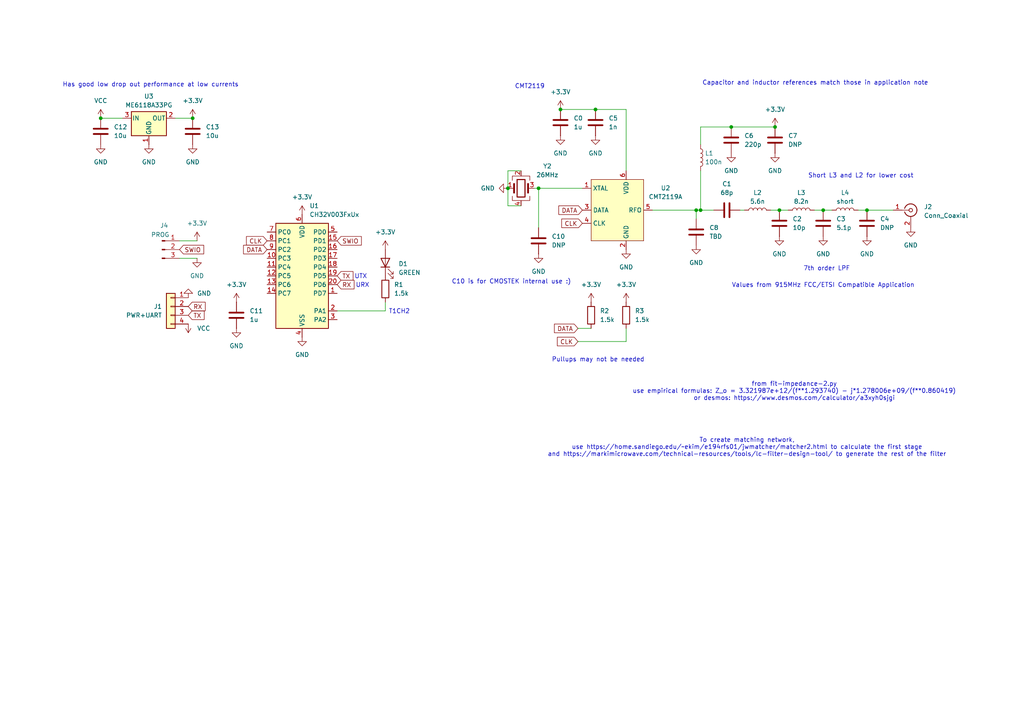
<source format=kicad_sch>
(kicad_sch (version 20250114) (generator "eeschema") (generator_version "9.0")
  (paper "A4")
  (lib_symbols
    (symbol "Connector:Conn_01x03_Pin" (pin_names (offset 1.016) (hide yes))
      (property "Reference" "J" (at 0 5.08 0))
      (property "Value" "Conn_01x03_Pin" (at 0 -5.08 0))
      (symbol "Conn_01x03_Pin_1_1"
        (rectangle (start 0.8636 2.667) (end 0 2.413) (stroke (width 0.1524)) (fill (type outline)))
        (rectangle (start 0.8636 0.127) (end 0 -0.127) (stroke (width 0.1524)) (fill (type outline)))
        (rectangle (start 0.8636 -2.413) (end 0 -2.667) (stroke (width 0.1524)) (fill (type outline)))
        (polyline (pts (xy 1.27 2.54) (xy 0.8636 2.54)) (stroke (width 0.1524)))
        (polyline (pts (xy 1.27 0) (xy 0.8636 0)) (stroke (width 0.1524)))
        (polyline (pts (xy 1.27 -2.54) (xy 0.8636 -2.54)) (stroke (width 0.1524)))
        (pin passive line (at 5.08 2.54 180) (length 3.81) (name "Pin_1") (number "1"))
        (pin passive line (at 5.08 0 180) (length 3.81) (name "Pin_2") (number "2"))
        (pin passive line (at 5.08 -2.54 180) (length 3.81) (name "Pin_3") (number "3"))
      )
    )
    (symbol "Connector:Conn_Coaxial" (pin_names (offset 1.016) (hide yes))
      (property "Reference" "J" (at 0.254 3.048 0))
      (property "Value" "Conn_Coaxial" (at 2.921 0 90))
      (symbol "Conn_Coaxial_0_1"
        (polyline (pts (xy -2.54 0) (xy -0.508 0)))
        (arc (start 1.778 0) (mid 0.222 -1.8079) (end -1.778 -0.508) (stroke (width 0.254)))
        (arc (start -1.778 0.508) (mid 0.2221 1.8084) (end 1.778 0) (stroke (width 0.254)))
        (circle (center 0 0) (radius 0.508) (stroke (width 0.2032)))
        (polyline (pts (xy 0 -2.54) (xy 0 -1.778)))
      )
      (symbol "Conn_Coaxial_1_1"
        (pin passive line (at -5.08 0 0) (length 2.54) (name "In") (number "1"))
        (pin passive line (at 0 -5.08 90) (length 2.54) (name "Ext") (number "2"))
      )
    )
    (symbol "Connector_Generic:Conn_01x04" (pin_names (offset 1.016) (hide yes))
      (property "Reference" "J" (at 0 5.08 0))
      (property "Value" "Conn_01x04" (at 0 -7.62 0))
      (symbol "Conn_01x04_1_1"
        (rectangle (start -1.27 3.81) (end 1.27 -6.35) (stroke (width 0.254)) (fill (type background)))
        (rectangle (start -1.27 2.667) (end 0 2.413) (stroke (width 0.1524)))
        (rectangle (start -1.27 0.127) (end 0 -0.127) (stroke (width 0.1524)))
        (rectangle (start -1.27 -2.413) (end 0 -2.667) (stroke (width 0.1524)))
        (rectangle (start -1.27 -4.953) (end 0 -5.207) (stroke (width 0.1524)))
        (pin passive line (at -5.08 2.54 0) (length 3.81) (name "Pin_1") (number "1"))
        (pin passive line (at -5.08 0 0) (length 3.81) (name "Pin_2") (number "2"))
        (pin passive line (at -5.08 -2.54 0) (length 3.81) (name "Pin_3") (number "3"))
        (pin passive line (at -5.08 -5.08 0) (length 3.81) (name "Pin_4") (number "4"))
      )
    )
    (symbol "Device:C" (pin_numbers (hide yes)) (pin_names (offset 0.254))
      (property "Reference" "C" (at 0.635 2.54 0))
      (property "Value" "C" (at 0.635 -2.54 0))
      (symbol "C_0_1"
        (polyline (pts (xy -2.032 0.762) (xy 2.032 0.762)) (stroke (width 0.508)))
        (polyline (pts (xy -2.032 -0.762) (xy 2.032 -0.762)) (stroke (width 0.508)))
      )
      (symbol "C_1_1"
        (pin passive line (at 0 3.81 270) (length 2.794) (name "~") (number "1"))
        (pin passive line (at 0 -3.81 90) (length 2.794) (name "~") (number "2"))
      )
    )
    (symbol "Device:Crystal_GND24" (pin_names (offset 1.016) (hide yes))
      (property "Reference" "Y" (at 3.175 5.08 0))
      (property "Value" "Crystal_GND24" (at 3.175 3.175 0))
      (symbol "Crystal_GND24_0_1"
        (polyline (pts (xy -2.54 2.286) (xy -2.54 3.556) (xy 2.54 3.556) (xy 2.54 2.286)))
        (polyline (pts (xy -2.54 0) (xy -2.032 0)))
        (polyline (pts (xy -2.54 -2.286) (xy -2.54 -3.556) (xy 2.54 -3.556) (xy 2.54 -2.286)))
        (polyline (pts (xy -2.032 -1.27) (xy -2.032 1.27)) (stroke (width 0.508)))
        (rectangle (start -1.143 2.54) (end 1.143 -2.54) (stroke (width 0.3048)))
        (polyline (pts (xy 0 3.556) (xy 0 3.81)))
        (polyline (pts (xy 0 -3.81) (xy 0 -3.556)))
        (polyline (pts (xy 2.032 0) (xy 2.54 0)))
        (polyline (pts (xy 2.032 -1.27) (xy 2.032 1.27)) (stroke (width 0.508)))
      )
      (symbol "Crystal_GND24_1_1"
        (pin passive line (at -3.81 0 0) (length 1.27) (name "1") (number "1"))
        (pin passive line (at 0 5.08 270) (length 1.27) (name "2") (number "2"))
        (pin passive line (at 0 -5.08 90) (length 1.27) (name "4") (number "4"))
        (pin passive line (at 3.81 0 180) (length 1.27) (name "3") (number "3"))
      )
    )
    (symbol "Device:L" (pin_numbers (hide yes)) (pin_names (offset 1.016) (hide yes))
      (property "Reference" "L" (at -1.27 0 90))
      (property "Value" "L" (at 1.905 0 90))
      (symbol "L_0_1"
        (arc (start 0 2.54) (mid 0.6323 1.905) (end 0 1.27))
        (arc (start 0 1.27) (mid 0.6323 0.635) (end 0 0))
        (arc (start 0 0) (mid 0.6323 -0.635) (end 0 -1.27))
        (arc (start 0 -1.27) (mid 0.6323 -1.905) (end 0 -2.54))
      )
      (symbol "L_1_1"
        (pin passive line (at 0 3.81 270) (length 1.27) (name "1") (number "1"))
        (pin passive line (at 0 -3.81 90) (length 1.27) (name "2") (number "2"))
      )
    )
    (symbol "Device:LED" (pin_numbers (hide yes)) (pin_names (offset 1.016) (hide yes))
      (property "Reference" "D" (at 0 2.54 0))
      (property "Value" "LED" (at 0 -2.54 0))
      (symbol "LED_0_1"
        (polyline (pts (xy -3.048 -0.762) (xy -4.572 -2.286) (xy -3.81 -2.286) (xy -4.572 -2.286) (xy -4.572 -1.524)))
        (polyline (pts (xy -1.778 -0.762) (xy -3.302 -2.286) (xy -2.54 -2.286) (xy -3.302 -2.286) (xy -3.302 -1.524)))
        (polyline (pts (xy -1.27 0) (xy 1.27 0)))
        (polyline (pts (xy -1.27 -1.27) (xy -1.27 1.27)) (stroke (width 0.254)))
        (polyline (pts (xy 1.27 -1.27) (xy 1.27 1.27) (xy -1.27 0) (xy 1.27 -1.27)) (stroke (width 0.254)))
      )
      (symbol "LED_1_1"
        (pin passive line (at -3.81 0 0) (length 2.54) (name "K") (number "1"))
        (pin passive line (at 3.81 0 180) (length 2.54) (name "A") (number "2"))
      )
    )
    (symbol "Device:R" (pin_numbers (hide yes)) (pin_names (offset 0))
      (property "Reference" "R" (at 2.032 0 90))
      (property "Value" "R" (at 0 0 90))
      (symbol "R_0_1"
        (rectangle (start -1.016 -2.54) (end 1.016 2.54) (stroke (width 0.254)))
      )
      (symbol "R_1_1"
        (pin passive line (at 0 3.81 270) (length 1.27) (name "~") (number "1"))
        (pin passive line (at 0 -3.81 90) (length 1.27) (name "~") (number "2"))
      )
    )
    (symbol "HopeRF:CMT2119A"
      (property "Reference" "U" (at -7.112 10.414 0))
      (property "Value" "CMT2119A" (at 0 0 0))
      (symbol "CMT2119A_1_1"
        (rectangle (start -7.62 8.89) (end 7.62 -8.89) (fill (type background)))
        (pin input line (at -10.16 6.35 0) (length 2.54) (name "XTAL") (number "1"))
        (pin bidirectional line (at -10.16 0 0) (length 2.54) (name "DATA") (number "3"))
        (pin input line (at -10.16 -3.81 0) (length 2.54) (name "CLK") (number "4"))
        (pin power_in line (at 2.54 11.43 270) (length 2.54) (name "VDD") (number "6"))
        (pin power_in line (at 2.54 -11.43 90) (length 2.54) (name "GND") (number "2"))
        (pin output line (at 10.16 0 180) (length 2.54) (name "RFO") (number "5"))
      )
    )
    (symbol "MCU_WCH_CH32V0:CH32V003FxUx"
      (property "Reference" "U" (at -7.62 17.78 0))
      (property "Value" "CH32V003FxUx" (at 7.62 17.78 0))
      (symbol "CH32V003FxUx_1_1"
        (rectangle (start -7.62 15.24) (end 7.62 -15.24) (stroke (width 0.254)) (fill (type background)))
        (pin bidirectional line (at -10.16 12.7 0) (length 2.54) (name "PC0") (number "7"))
        (pin bidirectional line (at -10.16 10.16 0) (length 2.54) (name "PC1") (number "8"))
        (pin bidirectional line (at -10.16 7.62 0) (length 2.54) (name "PC2") (number "9"))
        (pin bidirectional line (at -10.16 5.08 0) (length 2.54) (name "PC3") (number "10"))
        (pin bidirectional line (at -10.16 2.54 0) (length 2.54) (name "PC4") (number "11"))
        (pin bidirectional line (at -10.16 0 0) (length 2.54) (name "PC5") (number "12"))
        (pin bidirectional line (at -10.16 -2.54 0) (length 2.54) (name "PC6") (number "13"))
        (pin bidirectional line (at -10.16 -5.08 0) (length 2.54) (name "PC7") (number "14"))
        (pin power_in line (at 0 17.78 270) (length 2.54) (name "VDD") (number "6"))
        (pin passive line (at 0 -17.78 90) (length 2.54) (hide yes) (name "VSS") (number "21"))
        (pin power_in line (at 0 -17.78 90) (length 2.54) (name "VSS") (number "4"))
        (pin bidirectional line (at 10.16 12.7 180) (length 2.54) (name "PD0") (number "5"))
        (pin bidirectional line (at 10.16 10.16 180) (length 2.54) (name "PD1") (number "15"))
        (pin bidirectional line (at 10.16 7.62 180) (length 2.54) (name "PD2") (number "16"))
        (pin bidirectional line (at 10.16 5.08 180) (length 2.54) (name "PD3") (number "17"))
        (pin bidirectional line (at 10.16 2.54 180) (length 2.54) (name "PD4") (number "18"))
        (pin bidirectional line (at 10.16 0 180) (length 2.54) (name "PD5") (number "19"))
        (pin bidirectional line (at 10.16 -2.54 180) (length 2.54) (name "PD6") (number "20"))
        (pin bidirectional line (at 10.16 -5.08 180) (length 2.54) (name "PD7") (number "1"))
        (pin bidirectional line (at 10.16 -10.16 180) (length 2.54) (name "PA1") (number "2"))
        (pin bidirectional line (at 10.16 -12.7 180) (length 2.54) (name "PA2") (number "3"))
      )
    )
    (symbol "ME6118:ME6118" (pin_names (offset 0.254))
      (property "Reference" "U" (at -3.81 3.175 0))
      (property "Value" "ME6118" (at -0.635 3.175 0))
      (symbol "ME6118_0_1"
        (rectangle (start -5.08 1.905) (end 5.08 -5.08) (stroke (width 0.254)) (fill (type background)))
      )
      (symbol "ME6118_1_1"
        (pin power_in line (at -7.62 0 0) (length 2.54) (name "IN") (number "3"))
        (pin power_in line (at 0 -7.62 90) (length 2.54) (name "GND") (number "1"))
        (pin power_out line (at 7.62 0 180) (length 2.54) (name "OUT") (number "2"))
      )
    )
    (symbol "power:+3.3V" (power) (pin_numbers (hide yes)) (pin_names (offset 0) (hide yes))
      (property "Value" "+3.3V" (at 0 3.556 0))
      (symbol "+3.3V_0_1"
        (polyline (pts (xy -0.762 1.27) (xy 0 2.54)))
        (polyline (pts (xy 0 2.54) (xy 0.762 1.27)))
        (polyline (pts (xy 0 0) (xy 0 2.54)))
      )
      (symbol "+3.3V_1_1"
        (pin power_in line (at 0 0 90) (length 0) (name "~") (number "1"))
      )
    )
    (symbol "power:GND" (power) (pin_numbers (hide yes)) (pin_names (offset 0) (hide yes))
      (property "Value" "GND" (at 0 -3.81 0))
      (symbol "GND_0_1"
        (polyline (pts (xy 0 0) (xy 0 -1.27) (xy 1.27 -1.27) (xy 0 -2.54) (xy -1.27 -1.27) (xy 0 -1.27)))
      )
      (symbol "GND_1_1"
        (pin power_in line (at 0 0 270) (length 0) (name "~") (number "1"))
      )
    )
    (symbol "power:VCC" (power) (pin_numbers (hide yes)) (pin_names (offset 0) (hide yes))
      (property "Value" "VCC" (at 0 3.556 0))
      (symbol "VCC_0_1"
        (polyline (pts (xy -0.762 1.27) (xy 0 2.54)))
        (polyline (pts (xy 0 2.54) (xy 0.762 1.27)))
        (polyline (pts (xy 0 0) (xy 0 2.54)))
      )
      (symbol "VCC_1_1"
        (pin power_in line (at 0 0 90) (length 0) (name "~") (number "1"))
      )
    )
  )
  (text "CMT2119" (at 153.67 25.146 0) (effects (font (size 1.27 1.27))))
  (text "C10 is for CMOSTEK internal use :)" (at 148.336 81.788 0) (effects (font (size 1.27 1.27))))
  (text "Pullups may not be needed" (at 173.482 104.394 0) (effects (font (size 1.27 1.27))))
  (text "7th order LPF" (at 239.776 77.978 0) (effects (font (size 1.27 1.27))))
  (text "Capacitor and inductor references match those in application note" (at 236.474 24.13 0) (effects (font (size 1.27 1.27))))
  (text "URX" (at 105.156 82.804 0) (effects (font (size 1.27 1.27))))
  (text "Has good low drop out performance at low currents" (at 43.688 24.638 0) (effects (font (size 1.27 1.27))))
  (text "UTX" (at 104.648 80.264 0) (effects (font (size 1.27 1.27))))
  (text "T1CH2" (at 115.824 90.424 0) (effects (font (size 1.27 1.27))))
  (text "To create matching network,\nuse https://home.sandiego.edu/~ekim/e194rfs01/jwmatcher/matcher2.html to calculate the first stage\nand https://markimicrowave.com/technical-resources/tools/lc-filter-design-tool/ to generate the rest of the filter" (at 216.662 129.794 0) (effects (font (size 1.27 1.27))))
  (text "Short L3 and L2 for lower cost" (at 249.682 51.054 0) (effects (font (size 1.27 1.27))))
  (text "Values from 915MHz FCC/ETSI Compatible Application" (at 238.76 82.804 0) (effects (font (size 1.27 1.27))))
  (text "from fit-impedance-2.py\nuse empirical formulas: Z_o = 3.321987e+12/(f**1.293740) - j*1.278006e+09/(f**0.860419)\nor desmos: https://www.desmos.com/calculator/a3xyh0sjgi" (at 230.378 113.538 0) (effects (font (size 1.27 1.27))))
  (junction (at 212.09 36.83))
  (junction (at 162.56 31.75))
  (junction (at 203.2 60.96))
  (junction (at 226.06 60.96))
  (junction (at 156.21 54.61))
  (junction (at 172.72 31.75))
  (junction (at 251.46 60.96))
  (junction (at 55.88 34.29))
  (junction (at 147.32 54.61))
  (junction (at 224.79 36.83))
  (junction (at 201.93 60.96))
  (junction (at 238.76 60.96))
  (junction (at 29.21 34.29))
  (wire (pts (xy 214.63 60.96) (xy 215.9 60.96)))
  (wire (pts (xy 203.2 60.96) (xy 207.01 60.96)))
  (wire (pts (xy 167.64 99.06) (xy 181.61 99.06)))
  (wire (pts (xy 203.2 36.83) (xy 212.09 36.83)))
  (wire (pts (xy 156.21 66.04) (xy 156.21 54.61)))
  (wire (pts (xy 238.76 60.96) (xy 241.3 60.96)))
  (wire (pts (xy 156.21 54.61) (xy 168.91 54.61)))
  (wire (pts (xy 181.61 31.75) (xy 181.61 49.53)))
  (wire (pts (xy 212.09 36.83) (xy 224.79 36.83)))
  (wire (pts (xy 147.32 59.69) (xy 147.32 54.61)))
  (wire (pts (xy 203.2 41.91) (xy 203.2 36.83)))
  (wire (pts (xy 29.21 34.29) (xy 35.56 34.29)))
  (wire (pts (xy 52.07 69.85) (xy 57.15 69.85)))
  (wire (pts (xy 147.32 49.53) (xy 147.32 54.61)))
  (wire (pts (xy 167.64 95.25) (xy 171.45 95.25)))
  (wire (pts (xy 201.93 60.96) (xy 203.2 60.96)))
  (wire (pts (xy 151.13 59.69) (xy 147.32 59.69)))
  (wire (pts (xy 181.61 99.06) (xy 181.61 95.25)))
  (wire (pts (xy 251.46 60.96) (xy 259.08 60.96)))
  (wire (pts (xy 151.13 49.53) (xy 147.32 49.53)))
  (wire (pts (xy 52.07 74.93) (xy 57.15 74.93)))
  (wire (pts (xy 203.2 49.53) (xy 203.2 60.96)))
  (wire (pts (xy 248.92 60.96) (xy 251.46 60.96)))
  (wire (pts (xy 172.72 31.75) (xy 181.61 31.75)))
  (wire (pts (xy 236.22 60.96) (xy 238.76 60.96)))
  (wire (pts (xy 162.56 31.75) (xy 172.72 31.75)))
  (wire (pts (xy 111.76 87.63) (xy 111.76 90.17)))
  (wire (pts (xy 154.94 54.61) (xy 156.21 54.61)))
  (wire (pts (xy 223.52 60.96) (xy 226.06 60.96)))
  (wire (pts (xy 226.06 60.96) (xy 228.6 60.96)))
  (wire (pts (xy 189.23 60.96) (xy 201.93 60.96)))
  (wire (pts (xy 111.76 90.17) (xy 97.79 90.17)))
  (wire (pts (xy 50.8 34.29) (xy 55.88 34.29)))
  (wire (pts (xy 201.93 63.5) (xy 201.93 60.96)))
  (global_label "SWIO" (shape input) (at 52.07 72.39 0) (property "Intersheetrefs" "${INTERSHEET_REFS}" (effects (hide yes))))
  (global_label "CLK" (shape input) (at 77.47 69.85 180) (property "Intersheetrefs" "${INTERSHEET_REFS}" (effects (hide yes))))
  (global_label "DATA" (shape input) (at 77.47 72.39 180) (property "Intersheetrefs" "${INTERSHEET_REFS}" (effects (hide yes))))
  (global_label "CLK" (shape input) (at 168.91 64.77 180) (property "Intersheetrefs" "${INTERSHEET_REFS}" (effects (hide yes))))
  (global_label "CLK" (shape input) (at 167.64 99.06 180) (property "Intersheetrefs" "${INTERSHEET_REFS}" (effects (hide yes))))
  (global_label "RX" (shape input) (at 54.61 88.9 0) (property "Intersheetrefs" "${INTERSHEET_REFS}" (effects (hide yes))))
  (global_label "DATA" (shape input) (at 167.64 95.25 180) (property "Intersheetrefs" "${INTERSHEET_REFS}" (effects (hide yes))))
  (global_label "TX" (shape input) (at 54.61 91.44 0) (property "Intersheetrefs" "${INTERSHEET_REFS}" (effects (hide yes))))
  (global_label "DATA" (shape input) (at 168.91 60.96 180) (property "Intersheetrefs" "${INTERSHEET_REFS}" (effects (hide yes))))
  (global_label "RX" (shape input) (at 97.79 82.55 0) (property "Intersheetrefs" "${INTERSHEET_REFS}" (effects (hide yes))))
  (global_label "SWIO" (shape input) (at 97.79 69.85 0) (property "Intersheetrefs" "${INTERSHEET_REFS}" (effects (hide yes))))
  (global_label "TX" (shape input) (at 97.79 80.01 0) (property "Intersheetrefs" "${INTERSHEET_REFS}" (effects (hide yes))))
  (symbol (lib_id "Device:C") (at 156.21 69.85 0) (unit 1)
    (property "Reference" "C10" (at 160.02 68.5799 0) (effects (justify left)))
    (property "Value" "DNP" (at 160.02 71.1199 0) (effects (justify left)))
    (property "Footprint" "Capacitor_SMD:C_0402_1005Metric" (effects (hide yes)))
    (property "Description" "Unpolarized capacitor" (effects (hide yes)))
  )
  (symbol (lib_id "power:GND") (at 147.32 54.61 270) (unit 1)
    (property "Reference" "#PWR01" (effects (hide yes)))
    (property "Value" "GND" (at 143.51 54.6099 90) (effects (justify right)))
    (property "Description" "Power symbol creates a global label with name \"GND\" , ground" (effects (hide yes)))
  )
  (symbol (lib_id "power:+3.3V") (at 55.88 34.29 0) (unit 1)
    (property "Reference" "#PWR022" (effects (hide yes)))
    (property "Value" "+3.3V" (at 55.88 29.21 0))
    (property "Description" "Power symbol creates a global label with name \"+3.3V\"" (effects (hide yes)))
  )
  (symbol (lib_id "power:GND") (at 201.93 71.12 0) (unit 1)
    (property "Reference" "#PWR06" (effects (hide yes)))
    (property "Value" "GND" (at 201.93 76.2 0))
    (property "Description" "Power symbol creates a global label with name \"GND\" , ground" (effects (hide yes)))
  )
  (symbol (lib_id "power:GND") (at 172.72 39.37 0) (unit 1)
    (property "Reference" "#PWR03" (effects (hide yes)))
    (property "Value" "GND" (at 172.72 44.45 0))
    (property "Description" "Power symbol creates a global label with name \"GND\" , ground" (effects (hide yes)))
  )
  (symbol (lib_id "ME6118:ME6118") (at 43.18 34.29 0) (unit 1)
    (property "Reference" "U3" (at 43.18 27.94 0))
    (property "Value" "ME6118A33PG" (at 43.18 30.48 0))
    (property "Footprint" "Package_TO_SOT_SMD:SOT-89-3" (effects (hide yes)))
    (property "Datasheet" "http://www.st.com/content/ccc/resource/technical/document/datasheet/15/55/e5/aa/23/5b/43/fd/CD00000446.pdf/files/CD00000446.pdf/jcr:content/translations/en.CD00000446.pdf" (effects (hide yes)))
    (property "Description" "Positive 100mA 30V Linear Regulator, Fixed Output 5V, SOT-89" (effects (hide yes)))
    (property "LCSC Part Number" "C236721" (effects (hide yes)))
  )
  (symbol (lib_id "Connector:Conn_01x03_Pin") (at 46.99 72.39 0) (unit 1)
    (property "Reference" "J4" (at 47.625 65.405 0))
    (property "Value" "PROG" (at 46.482 68.072 0))
    (property "Footprint" "Connector_JST:JST_SH_SM03B-SRSS-TB_1x03-1MP_P1.00mm_Horizontal" (effects (hide yes)))
    (property "Description" "Generic connector, single row, 01x03, script generated" (effects (hide yes)))
  )
  (symbol (lib_id "Device:L") (at 203.2 45.72 0) (unit 1)
    (property "Reference" "L1" (at 204.47 44.4499 0) (effects (justify left)))
    (property "Value" "100n" (at 204.47 46.9899 0) (effects (justify left)))
    (property "Footprint" "Inductor_SMD:L_0603_1608Metric" (effects (hide yes)))
    (property "Description" "Inductor" (effects (hide yes)))
  )
  (symbol (lib_id "power:+3.3V") (at 224.79 36.83 0) (unit 1)
    (property "Reference" "#PWR012" (effects (hide yes)))
    (property "Value" "+3.3V" (at 224.79 31.75 0))
    (property "Description" "Power symbol creates a global label with name \"+3.3V\"" (effects (hide yes)))
  )
  (symbol (lib_id "power:GND") (at 226.06 68.58 0) (unit 1)
    (property "Reference" "#PWR07" (effects (hide yes)))
    (property "Value" "GND" (at 226.06 73.66 0))
    (property "Description" "Power symbol creates a global label with name \"GND\" , ground" (effects (hide yes)))
  )
  (symbol (lib_id "Device:C") (at 251.46 64.77 0) (unit 1)
    (property "Reference" "C4" (at 255.27 63.4999 0) (effects (justify left)))
    (property "Value" "DNP" (at 255.27 66.0399 0) (effects (justify left)))
    (property "Footprint" "Capacitor_SMD:C_0402_1005Metric" (effects (hide yes)))
    (property "Description" "Unpolarized capacitor" (effects (hide yes)))
  )
  (symbol (lib_id "power:GND") (at 43.18 41.91 0) (unit 1)
    (property "Reference" "#PWR019" (effects (hide yes)))
    (property "Value" "GND" (at 43.18 46.99 0))
    (property "Description" "Power symbol creates a global label with name \"GND\" , ground" (effects (hide yes)))
  )
  (symbol (lib_id "Connector_Generic:Conn_01x04") (at 49.53 88.9 0) (mirror y) (unit 1)
    (property "Reference" "J1" (at 46.99 88.8999 0) (effects (justify left)))
    (property "Value" "PWR+UART" (at 46.99 91.4399 0) (effects (justify left)))
    (property "Footprint" "Connector_PinHeader_2.54mm:PinHeader_1x04_P2.54mm_Vertical" (effects (hide yes)))
    (property "Description" "Generic connector, single row, 01x04, script generated (kicad-library-utils/schlib/autogen/connector/)" (effects (hide yes)))
  )
  (symbol (lib_id "power:VCC") (at 54.61 93.98 180) (unit 1)
    (property "Reference" "#PWR027" (effects (hide yes)))
    (property "Value" "VCC" (at 57.15 95.2499 0) (effects (justify right)))
    (property "Description" "Power symbol creates a global label with name \"VCC\"" (effects (hide yes)))
  )
  (symbol (lib_id "HopeRF:CMT2119A") (at 179.07 60.96 0) (unit 1)
    (property "Reference" "U2" (at 193.04 54.5398 0))
    (property "Value" "CMT2119A" (at 193.04 57.0798 0))
    (property "Footprint" "Package_TO_SOT_SMD:SOT-23-6" (effects (hide yes)))
    (property "Datasheet" "https://www.lcsc.com/datasheet/C77214.pdf" (effects (hide yes)))
    (property "Description" "240-960MHz (G)FSK/OOK Transmitter" (effects (hide yes)))
    (property "LCSC Part Number" "C77214" (effects (hide yes)))
  )
  (symbol (lib_id "Connector:Conn_Coaxial") (at 264.16 60.96 0) (unit 1)
    (property "Reference" "J2" (at 267.97 59.9831 0) (effects (justify left)))
    (property "Value" "Conn_Coaxial" (at 267.97 62.5231 0) (effects (justify left)))
    (property "Footprint" "Connector_Coaxial:SMA_Samtec_SMA-J-P-H-ST-EM1_EdgeMount" (effects (hide yes)))
    (property "Description" "coaxial connector (BNC, SMA, SMB, SMC, Cinch/RCA, LEMO, ...)" (effects (hide yes)))
  )
  (symbol (lib_id "power:+3.3V") (at 181.61 87.63 0) (unit 1)
    (property "Reference" "#PWR030" (effects (hide yes)))
    (property "Value" "+3.3V" (at 181.61 82.55 0))
    (property "Description" "Power symbol creates a global label with name \"+3.3V\"" (effects (hide yes)))
  )
  (symbol (lib_id "power:GND") (at 54.61 86.36 180) (unit 1)
    (property "Reference" "#PWR028" (effects (hide yes)))
    (property "Value" "GND" (at 57.15 85.0899 0) (effects (justify right)))
    (property "Description" "Power symbol creates a global label with name \"GND\" , ground" (effects (hide yes)))
  )
  (symbol (lib_id "Device:C") (at 210.82 60.96 90) (unit 1)
    (property "Reference" "C1" (at 210.82 53.34 90))
    (property "Value" "68p" (at 210.82 55.88 90))
    (property "Footprint" "Capacitor_SMD:C_0402_1005Metric" (effects (hide yes)))
    (property "Description" "Unpolarized capacitor" (effects (hide yes)))
  )
  (symbol (lib_id "power:GND") (at 68.58 95.25 0) (unit 1)
    (property "Reference" "#PWR024" (effects (hide yes)))
    (property "Value" "GND" (at 68.58 100.33 0))
    (property "Description" "Power symbol creates a global label with name \"GND\" , ground" (effects (hide yes)))
  )
  (symbol (lib_id "power:+3.3V") (at 68.58 87.63 0) (unit 1)
    (property "Reference" "#PWR023" (effects (hide yes)))
    (property "Value" "+3.3V" (at 68.58 82.55 0))
    (property "Description" "Power symbol creates a global label with name \"+3.3V\"" (effects (hide yes)))
  )
  (symbol (lib_id "Device:L") (at 232.41 60.96 90) (unit 1)
    (property "Reference" "L3" (at 232.41 55.88 90))
    (property "Value" "8.2n" (at 232.41 58.42 90))
    (property "Footprint" "Inductor_SMD:L_0603_1608Metric" (effects (hide yes)))
    (property "Description" "Inductor" (effects (hide yes)))
  )
  (symbol (lib_id "Device:C") (at 226.06 64.77 0) (unit 1)
    (property "Reference" "C2" (at 229.87 63.4999 0) (effects (justify left)))
    (property "Value" "10p" (at 229.87 66.0399 0) (effects (justify left)))
    (property "Footprint" "Capacitor_SMD:C_0402_1005Metric" (effects (hide yes)))
    (property "Description" "Unpolarized capacitor" (effects (hide yes)))
  )
  (symbol (lib_id "power:GND") (at 57.15 74.93 0) (unit 1)
    (property "Reference" "#PWR017" (effects (hide yes)))
    (property "Value" "GND" (at 57.15 80.01 0))
    (property "Description" "Power symbol creates a global label with name \"GND\" , ground" (effects (hide yes)))
  )
  (symbol (lib_id "Device:L") (at 245.11 60.96 90) (unit 1)
    (property "Reference" "L4" (at 245.11 55.88 90))
    (property "Value" "short" (at 245.11 58.42 90))
    (property "Footprint" "Inductor_SMD:L_0603_1608Metric" (effects (hide yes)))
    (property "Description" "Inductor" (effects (hide yes)))
  )
  (symbol (lib_id "power:GND") (at 238.76 68.58 0) (unit 1)
    (property "Reference" "#PWR08" (effects (hide yes)))
    (property "Value" "GND" (at 238.76 73.66 0))
    (property "Description" "Power symbol creates a global label with name \"GND\" , ground" (effects (hide yes)))
  )
  (symbol (lib_id "Device:Crystal_GND24") (at 151.13 54.61 0) (unit 1)
    (property "Reference" "Y2" (at 158.75 48.1898 0))
    (property "Value" "26MHz" (at 158.75 50.7298 0))
    (property "Footprint" "Crystal:Crystal_SMD_3225-4Pin_3.2x2.5mm" (effects (hide yes)))
    (property "Description" "Four pin crystal, GND on pins 2 and 4" (effects (hide yes)))
    (property "LCSC Part Number" "C7294580" (effects (hide yes)))
  )
  (symbol (lib_id "MCU_WCH_CH32V0:CH32V003FxUx") (at 87.63 80.01 0) (unit 1)
    (property "Reference" "U1" (at 89.7733 59.69 0) (effects (justify left)))
    (property "Value" "CH32V003FxUx" (at 89.7733 62.23 0) (effects (justify left)))
    (property "Footprint" "Package_DFN_QFN:QFN-20-1EP_3x3mm_P0.4mm_EP1.65x1.65mm" (effects (hide yes)))
    (property "Datasheet" "https://www.wch-ic.com/products/CH32V003.html" (effects (hide yes)))
    (property "Description" "CH32V003 series are industrial-grade general-purpose microcontrollers designed based on 32-bit RISC-V instruction set and architecture. It adopts QingKe V2A core, RV32EC instruction set, and supports 2 levels of interrupt nesting. The series are mounted with rich peripheral interfaces and function modules. Its internal organizational structure meets the low-cost and low-power embedded application scenarios." (effects (hide yes)))
    (property "LCSC Part Number" "C5299908" (effects (hide yes)))
  )
  (symbol (lib_id "Device:C") (at 68.58 91.44 0) (unit 1)
    (property "Reference" "C11" (at 72.39 90.1699 0) (effects (justify left)))
    (property "Value" "1u" (at 72.39 92.7099 0) (effects (justify left)))
    (property "Footprint" "Capacitor_SMD:C_0402_1005Metric" (effects (hide yes)))
    (property "Description" "Unpolarized capacitor" (effects (hide yes)))
  )
  (symbol (lib_id "Device:C") (at 29.21 38.1 0) (unit 1)
    (property "Reference" "C12" (at 33.02 36.8299 0) (effects (justify left)))
    (property "Value" "10u" (at 33.02 39.3699 0) (effects (justify left)))
    (property "Footprint" "Capacitor_SMD:C_1206_3216Metric" (effects (hide yes)))
    (property "Description" "Unpolarized capacitor" (effects (hide yes)))
  )
  (symbol (lib_id "power:+3.3V") (at 87.63 62.23 0) (unit 1)
    (property "Reference" "#PWR014" (effects (hide yes)))
    (property "Value" "+3.3V" (at 87.63 57.15 0))
    (property "Description" "Power symbol creates a global label with name \"+3.3V\"" (effects (hide yes)))
  )
  (symbol (lib_id "Device:C") (at 162.56 35.56 0) (unit 1)
    (property "Reference" "C0" (at 166.37 34.2899 0) (effects (justify left)))
    (property "Value" "1u" (at 166.37 36.8299 0) (effects (justify left)))
    (property "Footprint" "Capacitor_SMD:C_0402_1005Metric" (effects (hide yes)))
    (property "Description" "Unpolarized capacitor" (effects (hide yes)))
  )
  (symbol (lib_id "Device:C") (at 55.88 38.1 0) (unit 1)
    (property "Reference" "C13" (at 59.69 36.8299 0) (effects (justify left)))
    (property "Value" "10u" (at 59.69 39.3699 0) (effects (justify left)))
    (property "Footprint" "Capacitor_SMD:C_1206_3216Metric" (effects (hide yes)))
    (property "Description" "Unpolarized capacitor" (effects (hide yes)))
  )
  (symbol (lib_id "power:GND") (at 251.46 68.58 0) (unit 1)
    (property "Reference" "#PWR09" (effects (hide yes)))
    (property "Value" "GND" (at 251.46 73.66 0))
    (property "Description" "Power symbol creates a global label with name \"GND\" , ground" (effects (hide yes)))
  )
  (symbol (lib_id "power:GND") (at 162.56 39.37 0) (unit 1)
    (property "Reference" "#PWR04" (effects (hide yes)))
    (property "Value" "GND" (at 162.56 44.45 0))
    (property "Description" "Power symbol creates a global label with name \"GND\" , ground" (effects (hide yes)))
  )
  (symbol (lib_id "power:VCC") (at 29.21 34.29 0) (unit 1)
    (property "Reference" "#PWR026" (effects (hide yes)))
    (property "Value" "VCC" (at 29.21 29.21 0))
    (property "Description" "Power symbol creates a global label with name \"VCC\"" (effects (hide yes)))
  )
  (symbol (lib_id "power:GND") (at 212.09 44.45 0) (unit 1)
    (property "Reference" "#PWR011" (effects (hide yes)))
    (property "Value" "GND" (at 212.09 49.53 0))
    (property "Description" "Power symbol creates a global label with name \"GND\" , ground" (effects (hide yes)))
  )
  (symbol (lib_id "power:GND") (at 264.16 66.04 0) (unit 1)
    (property "Reference" "#PWR025" (effects (hide yes)))
    (property "Value" "GND" (at 264.16 71.12 0))
    (property "Description" "Power symbol creates a global label with name \"GND\" , ground" (effects (hide yes)))
  )
  (symbol (lib_id "Device:R") (at 171.45 91.44 0) (unit 1)
    (property "Reference" "R2" (at 173.99 90.1699 0) (effects (justify left)))
    (property "Value" "1.5k" (at 173.99 92.7099 0) (effects (justify left)))
    (property "Footprint" "Resistor_SMD:R_0402_1005Metric" (effects (hide yes)))
    (property "Description" "Resistor" (effects (hide yes)))
  )
  (symbol (lib_id "Device:C") (at 201.93 67.31 0) (unit 1)
    (property "Reference" "C8" (at 205.74 66.0399 0) (effects (justify left)))
    (property "Value" "TBD" (at 205.74 68.5799 0) (effects (justify left)))
    (property "Footprint" "Capacitor_SMD:C_0402_1005Metric" (effects (hide yes)))
    (property "Description" "Unpolarized capacitor" (effects (hide yes)))
  )
  (symbol (lib_id "Device:C") (at 224.79 40.64 0) (unit 1)
    (property "Reference" "C7" (at 228.6 39.3699 0) (effects (justify left)))
    (property "Value" "DNP" (at 228.6 41.9099 0) (effects (justify left)))
    (property "Footprint" "Capacitor_SMD:C_0402_1005Metric" (effects (hide yes)))
    (property "Description" "Unpolarized capacitor" (effects (hide yes)))
  )
  (symbol (lib_id "Device:L") (at 219.71 60.96 90) (unit 1)
    (property "Reference" "L2" (at 219.71 55.88 90))
    (property "Value" "5.6n" (at 219.71 58.42 90))
    (property "Footprint" "Inductor_SMD:L_0603_1608Metric" (effects (hide yes)))
    (property "Description" "Inductor" (effects (hide yes)))
  )
  (symbol (lib_id "power:GND") (at 156.21 73.66 0) (unit 1)
    (property "Reference" "#PWR013" (effects (hide yes)))
    (property "Value" "GND" (at 156.21 78.74 0))
    (property "Description" "Power symbol creates a global label with name \"GND\" , ground" (effects (hide yes)))
  )
  (symbol (lib_id "power:+3.3V") (at 57.15 69.85 0) (unit 1)
    (property "Reference" "#PWR016" (effects (hide yes)))
    (property "Value" "+3.3V" (at 57.15 64.77 0))
    (property "Description" "Power symbol creates a global label with name \"+3.3V\"" (effects (hide yes)))
  )
  (symbol (lib_id "Device:LED") (at 111.76 76.2 90) (unit 1)
    (property "Reference" "D1" (at 115.57 76.5174 90) (effects (justify right)))
    (property "Value" "GREEN" (at 115.57 79.0574 90) (effects (justify right)))
    (property "Footprint" "LED_SMD:LED_0603_1608Metric" (effects (hide yes)))
    (property "Description" "Light emitting diode" (effects (hide yes)))
    (property "Sim.Pins" "1=K 2=A" (effects (hide yes)))
  )
  (symbol (lib_id "power:+3.3V") (at 111.76 72.39 0) (unit 1)
    (property "Reference" "#PWR018" (effects (hide yes)))
    (property "Value" "+3.3V" (at 111.76 67.31 0))
    (property "Description" "Power symbol creates a global label with name \"+3.3V\"" (effects (hide yes)))
  )
  (symbol (lib_id "Device:R") (at 181.61 91.44 0) (unit 1)
    (property "Reference" "R3" (at 184.15 90.1699 0) (effects (justify left)))
    (property "Value" "1.5k" (at 184.15 92.7099 0) (effects (justify left)))
    (property "Footprint" "Resistor_SMD:R_0402_1005Metric" (effects (hide yes)))
    (property "Description" "Resistor" (effects (hide yes)))
  )
  (symbol (lib_id "power:GND") (at 29.21 41.91 0) (unit 1)
    (property "Reference" "#PWR021" (effects (hide yes)))
    (property "Value" "GND" (at 29.21 46.99 0))
    (property "Description" "Power symbol creates a global label with name \"GND\" , ground" (effects (hide yes)))
  )
  (symbol (lib_id "power:+3.3V") (at 162.56 31.75 0) (unit 1)
    (property "Reference" "#PWR05" (effects (hide yes)))
    (property "Value" "+3.3V" (at 162.56 26.67 0))
    (property "Description" "Power symbol creates a global label with name \"+3.3V\"" (effects (hide yes)))
  )
  (symbol (lib_id "power:+3.3V") (at 171.45 87.63 0) (unit 1)
    (property "Reference" "#PWR029" (effects (hide yes)))
    (property "Value" "+3.3V" (at 171.45 82.55 0))
    (property "Description" "Power symbol creates a global label with name \"+3.3V\"" (effects (hide yes)))
  )
  (symbol (lib_id "power:GND") (at 224.79 44.45 0) (unit 1)
    (property "Reference" "#PWR010" (effects (hide yes)))
    (property "Value" "GND" (at 224.79 49.53 0))
    (property "Description" "Power symbol creates a global label with name \"GND\" , ground" (effects (hide yes)))
  )
  (symbol (lib_id "Device:C") (at 238.76 64.77 0) (unit 1)
    (property "Reference" "C3" (at 242.57 63.4999 0) (effects (justify left)))
    (property "Value" "5.1p" (at 242.57 66.0399 0) (effects (justify left)))
    (property "Footprint" "Capacitor_SMD:C_0402_1005Metric" (effects (hide yes)))
    (property "Description" "Unpolarized capacitor" (effects (hide yes)))
  )
  (symbol (lib_id "power:GND") (at 55.88 41.91 0) (unit 1)
    (property "Reference" "#PWR020" (effects (hide yes)))
    (property "Value" "GND" (at 55.88 46.99 0))
    (property "Description" "Power symbol creates a global label with name \"GND\" , ground" (effects (hide yes)))
  )
  (symbol (lib_id "Device:C") (at 212.09 40.64 0) (unit 1)
    (property "Reference" "C6" (at 215.9 39.3699 0) (effects (justify left)))
    (property "Value" "220p" (at 215.9 41.9099 0) (effects (justify left)))
    (property "Footprint" "Capacitor_SMD:C_0402_1005Metric" (effects (hide yes)))
    (property "Description" "Unpolarized capacitor" (effects (hide yes)))
  )
  (symbol (lib_id "power:GND") (at 87.63 97.79 0) (unit 1)
    (property "Reference" "#PWR015" (effects (hide yes)))
    (property "Value" "GND" (at 87.63 102.87 0))
    (property "Description" "Power symbol creates a global label with name \"GND\" , ground" (effects (hide yes)))
  )
  (symbol (lib_id "Device:R") (at 111.76 83.82 0) (unit 1)
    (property "Reference" "R1" (at 114.3 82.5499 0) (effects (justify left)))
    (property "Value" "1.5k" (at 114.3 85.0899 0) (effects (justify left)))
    (property "Footprint" "Resistor_SMD:R_0402_1005Metric" (effects (hide yes)))
    (property "Description" "Resistor" (effects (hide yes)))
  )
  (symbol (lib_id "Device:C") (at 172.72 35.56 0) (unit 1)
    (property "Reference" "C5" (at 176.53 34.2899 0) (effects (justify left)))
    (property "Value" "1n" (at 176.53 36.8299 0) (effects (justify left)))
    (property "Footprint" "Capacitor_SMD:C_0402_1005Metric" (effects (hide yes)))
    (property "Description" "Unpolarized capacitor" (effects (hide yes)))
  )
  (symbol (lib_id "power:GND") (at 181.61 72.39 0) (unit 1)
    (property "Reference" "#PWR02" (effects (hide yes)))
    (property "Value" "GND" (at 181.61 77.47 0))
    (property "Description" "Power symbol creates a global label with name \"GND\" , ground" (effects (hide yes)))
  )
)
</source>
